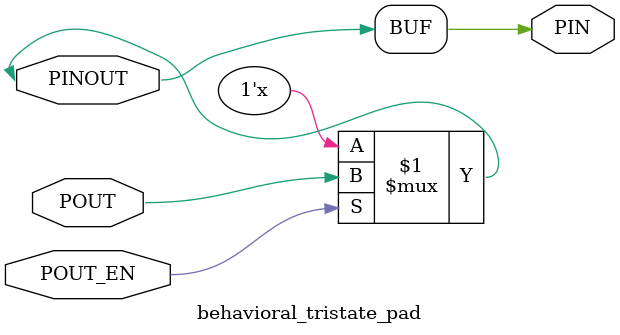
<source format=v>


module behavioral_tristate_pad (
  input   wire     POUT,
  input   wire     POUT_EN,
  output  wire     PIN,
  
  inout   wire     PINOUT
  );

  assign   PIN    = PINOUT;
  assign   PINOUT = (POUT_EN) ? POUT : 1'bz;

endmodule

</source>
